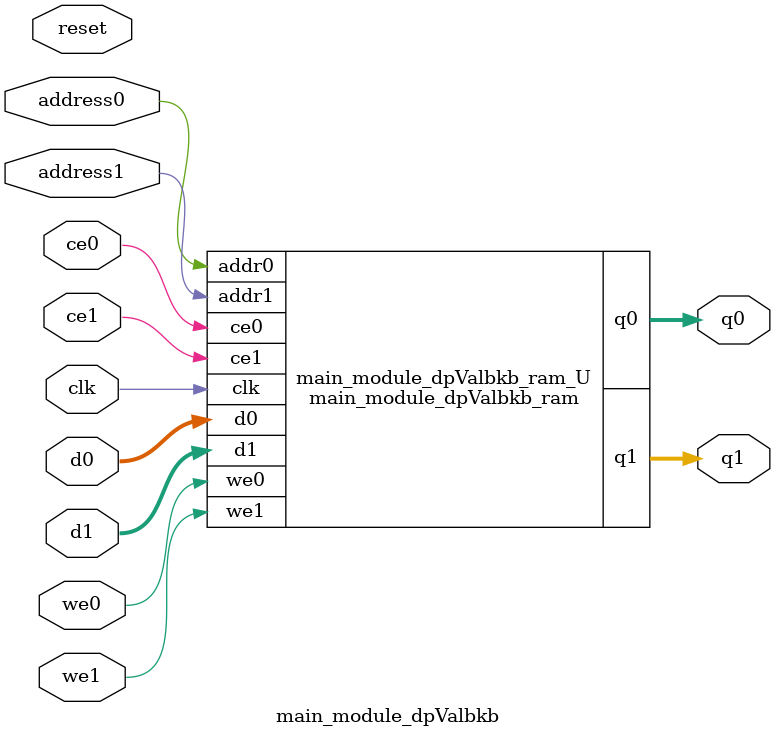
<source format=v>

`timescale 1 ns / 1 ps
module main_module_dpValbkb_ram (addr0, ce0, d0, we0, q0, addr1, ce1, d1, we1, q1,  clk);

parameter DWIDTH = 32;
parameter AWIDTH = 1;
parameter MEM_SIZE = 2;

input[AWIDTH-1:0] addr0;
input ce0;
input[DWIDTH-1:0] d0;
input we0;
output reg[DWIDTH-1:0] q0;
input[AWIDTH-1:0] addr1;
input ce1;
input[DWIDTH-1:0] d1;
input we1;
output reg[DWIDTH-1:0] q1;
input clk;

(* ram_style = "block" *)reg [DWIDTH-1:0] ram[0:MEM_SIZE-1];




always @(posedge clk)  
begin 
    if (ce0) 
    begin
        if (we0) 
        begin 
            ram[addr0] <= d0; 
            q0 <= d0;
        end 
        else 
            q0 <= ram[addr0];
    end
end


always @(posedge clk)  
begin 
    if (ce1) 
    begin
        if (we1) 
        begin 
            ram[addr1] <= d1; 
            q1 <= d1;
        end 
        else 
            q1 <= ram[addr1];
    end
end


endmodule


`timescale 1 ns / 1 ps
module main_module_dpValbkb(
    reset,
    clk,
    address0,
    ce0,
    we0,
    d0,
    q0,
    address1,
    ce1,
    we1,
    d1,
    q1);

parameter DataWidth = 32'd32;
parameter AddressRange = 32'd2;
parameter AddressWidth = 32'd1;
input reset;
input clk;
input[AddressWidth - 1:0] address0;
input ce0;
input we0;
input[DataWidth - 1:0] d0;
output[DataWidth - 1:0] q0;
input[AddressWidth - 1:0] address1;
input ce1;
input we1;
input[DataWidth - 1:0] d1;
output[DataWidth - 1:0] q1;



main_module_dpValbkb_ram main_module_dpValbkb_ram_U(
    .clk( clk ),
    .addr0( address0 ),
    .ce0( ce0 ),
    .we0( we0 ),
    .d0( d0 ),
    .q0( q0 ),
    .addr1( address1 ),
    .ce1( ce1 ),
    .we1( we1 ),
    .d1( d1 ),
    .q1( q1 ));

endmodule


</source>
